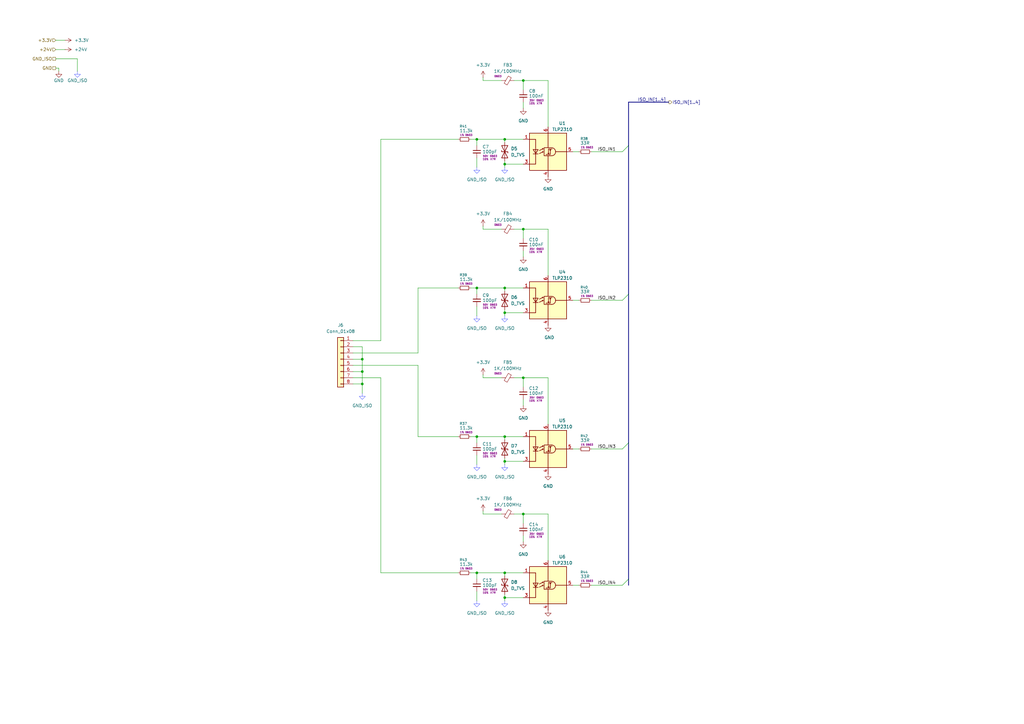
<source format=kicad_sch>
(kicad_sch (version 20250114) (generator "eeschema") (generator_version "9.0")
  (paper "A3")
  (lib_symbols
    (symbol "Connector_Generic:Conn_01x08" (pin_names (offset 1.016) (hide yes))
      (property "Reference" "J" (at 0 10.16 0))
      (property "Value" "Conn_01x08" (at 0 -12.7 0))
      (symbol "Conn_01x08_1_1"
        (rectangle (start -1.27 8.89) (end 1.27 -11.43) (stroke (width 0.254)) (fill (type background)))
        (rectangle (start -1.27 7.747) (end 0 7.493) (stroke (width 0.1524)))
        (rectangle (start -1.27 5.207) (end 0 4.953) (stroke (width 0.1524)))
        (rectangle (start -1.27 2.667) (end 0 2.413) (stroke (width 0.1524)))
        (rectangle (start -1.27 0.127) (end 0 -0.127) (stroke (width 0.1524)))
        (rectangle (start -1.27 -2.413) (end 0 -2.667) (stroke (width 0.1524)))
        (rectangle (start -1.27 -4.953) (end 0 -5.207) (stroke (width 0.1524)))
        (rectangle (start -1.27 -7.493) (end 0 -7.747) (stroke (width 0.1524)))
        (rectangle (start -1.27 -10.033) (end 0 -10.287) (stroke (width 0.1524)))
        (pin passive line (at -5.08 7.62 0) (length 3.81) (name "Pin_1") (number "1"))
        (pin passive line (at -5.08 5.08 0) (length 3.81) (name "Pin_2") (number "2"))
        (pin passive line (at -5.08 2.54 0) (length 3.81) (name "Pin_3") (number "3"))
        (pin passive line (at -5.08 0 0) (length 3.81) (name "Pin_4") (number "4"))
        (pin passive line (at -5.08 -2.54 0) (length 3.81) (name "Pin_5") (number "5"))
        (pin passive line (at -5.08 -5.08 0) (length 3.81) (name "Pin_6") (number "6"))
        (pin passive line (at -5.08 -7.62 0) (length 3.81) (name "Pin_7") (number "7"))
        (pin passive line (at -5.08 -10.16 0) (length 3.81) (name "Pin_8") (number "8"))
      )
    )
    (symbol "Device:C_Small" (pin_numbers (hide yes)) (pin_names (offset 0.254) (hide yes))
      (property "Reference" "C" (at 0.254 1.778 0))
      (property "Value" "C_Small" (at 0.254 -2.032 0))
      (symbol "C_Small_0_1"
        (polyline (pts (xy -1.524 0.508) (xy 1.524 0.508)) (stroke (width 0.3048)))
        (polyline (pts (xy -1.524 -0.508) (xy 1.524 -0.508)) (stroke (width 0.3302)))
      )
      (symbol "C_Small_1_1"
        (pin passive line (at 0 2.54 270) (length 2.032) (name "~") (number "1"))
        (pin passive line (at 0 -2.54 90) (length 2.032) (name "~") (number "2"))
      )
    )
    (symbol "Device:D_TVS" (pin_numbers (hide yes)) (pin_names (offset 1.016) (hide yes))
      (property "Reference" "D" (at 0 2.54 0))
      (property "Value" "D_TVS" (at 0 -2.54 0))
      (symbol "D_TVS_0_1"
        (polyline (pts (xy -2.54 1.27) (xy -2.54 -1.27) (xy 2.54 1.27) (xy 2.54 -1.27) (xy -2.54 1.27)) (stroke (width 0.254)))
        (polyline (pts (xy 0.508 1.27) (xy 0 1.27) (xy 0 -1.27) (xy -0.508 -1.27)) (stroke (width 0.254)))
        (polyline (pts (xy 1.27 0) (xy -1.27 0)))
      )
      (symbol "D_TVS_1_1"
        (pin passive line (at -3.81 0 0) (length 2.54) (name "A1") (number "1"))
        (pin passive line (at 3.81 0 180) (length 2.54) (name "A2") (number "2"))
      )
    )
    (symbol "Device:FerriteBead_Small" (pin_numbers (hide yes)) (pin_names (offset 0))
      (property "Reference" "FB" (at 1.905 1.27 0))
      (property "Value" "FerriteBead_Small" (at 1.905 -1.27 0))
      (symbol "FerriteBead_Small_0_1"
        (polyline (pts (xy -1.8288 0.2794) (xy -1.1176 1.4986) (xy 1.8288 -0.2032) (xy 1.1176 -1.4224) (xy -1.8288 0.2794)))
        (polyline (pts (xy 0 0.889) (xy 0 1.2954)))
        (polyline (pts (xy 0 -1.27) (xy 0 -0.7874)))
      )
      (symbol "FerriteBead_Small_1_1"
        (pin passive line (at 0 2.54 270) (length 1.27) (name "~") (number "1"))
        (pin passive line (at 0 -2.54 90) (length 1.27) (name "~") (number "2"))
      )
    )
    (symbol "Device:R_Small" (pin_numbers (hide yes)) (pin_names (offset 0.254) (hide yes))
      (property "Reference" "R" (at 0 0 90))
      (property "Value" "R_Small" (at 1.778 0 90))
      (symbol "R_Small_0_1"
        (rectangle (start -0.762 1.778) (end 0.762 -1.778) (stroke (width 0.2032)))
      )
      (symbol "R_Small_1_1"
        (pin passive line (at 0 2.54 270) (length 0.762) (name "~") (number "1"))
        (pin passive line (at 0 -2.54 90) (length 0.762) (name "~") (number "2"))
      )
    )
    (symbol "Isolator:TLP2310" (pin_names (offset 1.016) (hide yes))
      (property "Reference" "U" (at -7.112 8.89 0))
      (property "Value" "TLP2310" (at 1.016 9.144 0))
      (symbol "TLP2310_0_1"
        (rectangle (start -7.62 7.62) (end 7.62 -7.62) (stroke (width 0.254)) (fill (type background)))
        (polyline (pts (xy -7.62 -5.08) (xy -5.08 -5.08) (xy -5.08 -1.27)) (stroke (width 0.254)))
        (polyline (pts (xy -6.096 0.889) (xy -4.064 0.889) (xy -5.08 -0.762) (xy -6.096 0.889)) (stroke (width 0.254)))
        (polyline (pts (xy -6.096 -0.889) (xy -4.064 -0.889)) (stroke (width 0.254)))
        (polyline (pts (xy -5.08 1.27) (xy -5.08 5.08) (xy -7.62 5.08)) (stroke (width 0.254)))
        (polyline (pts (xy -5.08 1.016) (xy -5.08 -0.762)) (stroke (width 0.254)))
        (polyline (pts (xy -5.08 -1.27) (xy -5.08 -0.9144)) (stroke (width 0.254)))
        (polyline (pts (xy -3.556 0.508) (xy -2.032 1.27)) (stroke (width 0.254)))
        (polyline (pts (xy -3.556 -0.762) (xy -2.032 0)) (stroke (width 0.254)))
        (polyline (pts (xy -2.032 1.27) (xy -2.3368 1.3208)) (stroke (width 0.254)))
        (polyline (pts (xy -2.032 1.27) (xy -2.1844 0.9652)) (stroke (width 0.254)))
        (polyline (pts (xy -2.032 0) (xy -2.3368 0.0508)) (stroke (width 0.254)))
        (polyline (pts (xy -2.032 0) (xy -2.1844 -0.3048)) (stroke (width 0.254)))
        (polyline (pts (xy 0 7.5946) (xy 0 1.7018)) (stroke (width 0.254)))
        (polyline (pts (xy 0 -7.62) (xy 0 -1.651)) (stroke (width 0.254)))
        (polyline (pts (xy 0.1524 -0.889) (xy -0.1016 -0.635) (xy 0.4064 -0.635)) (stroke (width 0.254)))
        (polyline (pts (xy 0.9144 0.889) (xy 0.9144 -1.143) (xy -0.8636 -1.143)) (stroke (width 0.254)))
        (polyline (pts (xy 0.9144 0.889) (xy 0.6604 0.635) (xy 1.1684 0.635) (xy 0.9144 0.889)) (stroke (width 0.254)))
        (arc (start 1.4224 1.651) (mid 2.5738 1.1514) (end 3.0734 0) (stroke (width 0.254)))
        (polyline (pts (xy 1.4224 1.651) (xy -1.6256 1.651) (xy -1.6256 -1.651) (xy 1.4224 -1.651)) (stroke (width 0.254)))
        (arc (start 3.0734 0) (mid 2.6076 -1.1853) (end 1.4224 -1.651) (stroke (width 0.254)))
        (polyline (pts (xy 1.6764 1.143) (xy 0.1524 1.143) (xy 0.1524 -0.889) (xy 0.4064 -0.635)) (stroke (width 0.254)))
        (polyline (pts (xy 7.5946 0) (xy 3.0734 0)) (stroke (width 0.254)))
      )
      (symbol "TLP2310_1_1"
        (pin passive line (at -10.16 5.08 0) (length 2.54) (name "A") (number "1"))
        (pin passive line (at -10.16 -5.08 0) (length 2.54) (name "K") (number "3"))
        (pin power_in line (at 0 10.16 270) (length 2.54) (name "VDD") (number "6"))
        (pin power_in line (at 0 -10.16 90) (length 2.54) (name "GND") (number "4"))
        (pin output line (at 10.16 0 180) (length 2.54) (name "VO") (number "5"))
      )
    )
    (symbol "power:+24V" (power) (pin_numbers (hide yes)) (pin_names (offset 0) (hide yes))
      (property "Value" "+24V" (at 0 3.556 0))
      (symbol "+24V_0_1"
        (polyline (pts (xy -0.762 1.27) (xy 0 2.54)))
        (polyline (pts (xy 0 2.54) (xy 0.762 1.27)))
        (polyline (pts (xy 0 0) (xy 0 2.54)))
      )
      (symbol "+24V_1_1"
        (pin power_in line (at 0 0 90) (length 0) (name "~") (number "1"))
      )
    )
    (symbol "power:+3.3V" (power) (pin_numbers (hide yes)) (pin_names (offset 0) (hide yes))
      (property "Value" "+3.3V" (at 0 3.556 0))
      (symbol "+3.3V_0_1"
        (polyline (pts (xy -0.762 1.27) (xy 0 2.54)))
        (polyline (pts (xy 0 2.54) (xy 0.762 1.27)))
        (polyline (pts (xy 0 0) (xy 0 2.54)))
      )
      (symbol "+3.3V_1_1"
        (pin power_in line (at 0 0 90) (length 0) (name "~") (number "1"))
      )
    )
    (symbol "power:GND" (power) (pin_numbers (hide yes)) (pin_names (offset 0) (hide yes))
      (property "Value" "GND" (at 0 -3.81 0))
      (symbol "GND_0_1"
        (polyline (pts (xy 0 0) (xy 0 -1.27) (xy 1.27 -1.27) (xy 0 -2.54) (xy -1.27 -1.27) (xy 0 -1.27)))
      )
      (symbol "GND_1_1"
        (pin power_in line (at 0 0 270) (length 0) (name "~") (number "1"))
      )
    )
    (symbol "power:GND1" (power) (pin_numbers (hide yes)) (pin_names (offset 0) (hide yes))
      (property "Value" "GND_ISO" (at 0 -5.08 0))
      (symbol "GND1_0_1"
        (polyline (pts (xy 0 0) (xy 0 -1.27) (xy 1.27 -1.27) (xy 0 -2.54) (xy -1.27 -1.27) (xy 0 -1.27)) (stroke (width 0) (color 77 89 255 1)))
      )
      (symbol "GND1_1_1"
        (pin power_in line (at 0 0 270) (length 0) (name "~") (number "1"))
      )
    )
  )
  (junction (at 207.01 245.11))
  (junction (at 148.59 157.48))
  (junction (at 207.01 57.15))
  (junction (at 207.01 118.11))
  (junction (at 195.58 179.07))
  (junction (at 214.63 154.94))
  (junction (at 195.58 118.11))
  (junction (at 207.01 128.27))
  (junction (at 214.63 33.02))
  (junction (at 214.63 210.82))
  (junction (at 207.01 189.23))
  (junction (at 195.58 57.15))
  (junction (at 207.01 67.31))
  (junction (at 148.59 152.4))
  (junction (at 214.63 93.98))
  (junction (at 195.58 234.95))
  (junction (at 207.01 179.07))
  (junction (at 148.59 147.32))
  (junction (at 207.01 234.95))
  (bus_entry (at 255.27 184.15) (size 2.54 -2.54))
  (bus_entry (at 255.27 62.23) (size 2.54 -2.54))
  (bus_entry (at 255.27 123.19) (size 2.54 -2.54))
  (bus_entry (at 255.27 240.03) (size 2.54 -2.54))
  (wire (pts (xy 193.04 57.15) (xy 195.58 57.15)))
  (wire (pts (xy 195.58 59.69) (xy 195.58 57.15)))
  (wire (pts (xy 171.45 118.11) (xy 187.96 118.11)))
  (wire (pts (xy 224.79 93.98) (xy 214.63 93.98)))
  (wire (pts (xy 198.12 33.02) (xy 205.74 33.02)))
  (wire (pts (xy 144.78 152.4) (xy 148.59 152.4)))
  (wire (pts (xy 171.45 144.78) (xy 171.45 118.11)))
  (wire (pts (xy 207.01 66.04) (xy 207.01 67.31)))
  (wire (pts (xy 195.58 129.54) (xy 195.58 125.73)))
  (wire (pts (xy 198.12 154.94) (xy 205.74 154.94)))
  (wire (pts (xy 207.01 187.96) (xy 207.01 189.23)))
  (wire (pts (xy 214.63 234.95) (xy 207.01 234.95)))
  (wire (pts (xy 148.59 157.48) (xy 148.59 161.29)))
  (wire (pts (xy 193.04 234.95) (xy 195.58 234.95)))
  (wire (pts (xy 214.63 179.07) (xy 207.01 179.07)))
  (wire (pts (xy 214.63 67.31) (xy 207.01 67.31)))
  (wire (pts (xy 198.12 154.94) (xy 198.12 153.67)))
  (wire (pts (xy 22.86 16.51) (xy 26.67 16.51)))
  (wire (pts (xy 234.95 184.15) (xy 237.49 184.15)))
  (wire (pts (xy 214.63 222.25) (xy 214.63 219.71)))
  (wire (pts (xy 193.04 118.11) (xy 195.58 118.11)))
  (wire (pts (xy 214.63 166.37) (xy 214.63 163.83)))
  (wire (pts (xy 195.58 118.11) (xy 207.01 118.11)))
  (wire (pts (xy 24.13 27.94) (xy 24.13 29.21)))
  (wire (pts (xy 214.63 36.83) (xy 214.63 33.02)))
  (bus (pts (xy 257.81 237.49) (xy 257.81 240.03)))
  (wire (pts (xy 195.58 68.58) (xy 195.58 64.77)))
  (wire (pts (xy 214.63 57.15) (xy 207.01 57.15)))
  (wire (pts (xy 144.78 154.94) (xy 156.21 154.94)))
  (wire (pts (xy 171.45 179.07) (xy 171.45 149.86)))
  (wire (pts (xy 195.58 237.49) (xy 195.58 234.95)))
  (wire (pts (xy 195.58 190.5) (xy 195.58 186.69)))
  (wire (pts (xy 207.01 67.31) (xy 207.01 68.58)))
  (wire (pts (xy 234.95 123.19) (xy 237.49 123.19)))
  (wire (pts (xy 207.01 57.15) (xy 207.01 58.42)))
  (wire (pts (xy 195.58 57.15) (xy 207.01 57.15)))
  (wire (pts (xy 144.78 142.24) (xy 148.59 142.24)))
  (wire (pts (xy 207.01 179.07) (xy 207.01 180.34)))
  (wire (pts (xy 207.01 189.23) (xy 207.01 190.5)))
  (wire (pts (xy 224.79 113.03) (xy 224.79 93.98)))
  (wire (pts (xy 242.57 62.23) (xy 255.27 62.23)))
  (wire (pts (xy 224.79 210.82) (xy 214.63 210.82)))
  (wire (pts (xy 156.21 154.94) (xy 156.21 234.95)))
  (wire (pts (xy 198.12 210.82) (xy 205.74 210.82)))
  (wire (pts (xy 224.79 154.94) (xy 214.63 154.94)))
  (wire (pts (xy 234.95 62.23) (xy 237.49 62.23)))
  (bus (pts (xy 257.81 181.61) (xy 257.81 237.49)))
  (wire (pts (xy 207.01 127) (xy 207.01 128.27)))
  (wire (pts (xy 214.63 245.11) (xy 207.01 245.11)))
  (bus (pts (xy 257.81 120.65) (xy 257.81 181.61)))
  (wire (pts (xy 144.78 157.48) (xy 148.59 157.48)))
  (wire (pts (xy 198.12 210.82) (xy 198.12 209.55)))
  (wire (pts (xy 214.63 158.75) (xy 214.63 154.94)))
  (bus (pts (xy 257.81 41.91) (xy 257.81 59.69)))
  (wire (pts (xy 210.82 154.94) (xy 214.63 154.94)))
  (wire (pts (xy 156.21 57.15) (xy 156.21 139.7)))
  (wire (pts (xy 224.79 52.07) (xy 224.79 33.02)))
  (bus (pts (xy 257.81 41.91) (xy 274.32 41.91)))
  (wire (pts (xy 242.57 184.15) (xy 255.27 184.15)))
  (wire (pts (xy 242.57 240.03) (xy 255.27 240.03)))
  (wire (pts (xy 22.86 24.13) (xy 31.75 24.13)))
  (wire (pts (xy 214.63 44.45) (xy 214.63 41.91)))
  (wire (pts (xy 195.58 246.38) (xy 195.58 242.57)))
  (wire (pts (xy 210.82 210.82) (xy 214.63 210.82)))
  (wire (pts (xy 224.79 173.99) (xy 224.79 154.94)))
  (wire (pts (xy 156.21 139.7) (xy 144.78 139.7)))
  (wire (pts (xy 207.01 128.27) (xy 207.01 129.54)))
  (wire (pts (xy 22.86 20.32) (xy 26.67 20.32)))
  (wire (pts (xy 242.57 123.19) (xy 255.27 123.19)))
  (wire (pts (xy 171.45 149.86) (xy 144.78 149.86)))
  (wire (pts (xy 234.95 240.03) (xy 237.49 240.03)))
  (wire (pts (xy 193.04 179.07) (xy 195.58 179.07)))
  (wire (pts (xy 171.45 179.07) (xy 187.96 179.07)))
  (wire (pts (xy 214.63 128.27) (xy 207.01 128.27)))
  (wire (pts (xy 207.01 243.84) (xy 207.01 245.11)))
  (wire (pts (xy 195.58 234.95) (xy 207.01 234.95)))
  (wire (pts (xy 195.58 179.07) (xy 207.01 179.07)))
  (wire (pts (xy 148.59 142.24) (xy 148.59 147.32)))
  (bus (pts (xy 257.81 59.69) (xy 257.81 120.65)))
  (wire (pts (xy 207.01 234.95) (xy 207.01 236.22)))
  (wire (pts (xy 148.59 152.4) (xy 148.59 157.48)))
  (wire (pts (xy 195.58 120.65) (xy 195.58 118.11)))
  (wire (pts (xy 195.58 181.61) (xy 195.58 179.07)))
  (wire (pts (xy 198.12 93.98) (xy 198.12 92.71)))
  (wire (pts (xy 198.12 93.98) (xy 205.74 93.98)))
  (wire (pts (xy 224.79 33.02) (xy 214.63 33.02)))
  (wire (pts (xy 214.63 97.79) (xy 214.63 93.98)))
  (wire (pts (xy 224.79 229.87) (xy 224.79 210.82)))
  (wire (pts (xy 156.21 57.15) (xy 187.96 57.15)))
  (wire (pts (xy 144.78 147.32) (xy 148.59 147.32)))
  (wire (pts (xy 156.21 234.95) (xy 187.96 234.95)))
  (wire (pts (xy 22.86 27.94) (xy 24.13 27.94)))
  (wire (pts (xy 210.82 33.02) (xy 214.63 33.02)))
  (wire (pts (xy 148.59 147.32) (xy 148.59 152.4)))
  (wire (pts (xy 207.01 118.11) (xy 207.01 119.38)))
  (wire (pts (xy 198.12 33.02) (xy 198.12 31.75)))
  (wire (pts (xy 31.75 24.13) (xy 31.75 29.21)))
  (wire (pts (xy 210.82 93.98) (xy 214.63 93.98)))
  (wire (pts (xy 207.01 245.11) (xy 207.01 246.38)))
  (wire (pts (xy 214.63 189.23) (xy 207.01 189.23)))
  (wire (pts (xy 144.78 144.78) (xy 171.45 144.78)))
  (wire (pts (xy 214.63 118.11) (xy 207.01 118.11)))
  (wire (pts (xy 214.63 214.63) (xy 214.63 210.82)))
  (wire (pts (xy 214.63 105.41) (xy 214.63 102.87)))
  (label "ISO_IN1" (at 245.11 62.23 0))
  (label "ISO_IN[1..4]" (at 261.62 41.91 0))
  (label "ISO_IN3" (at 245.11 184.15 0))
  (label "ISO_IN2" (at 245.11 123.19 0))
  (label "ISO_IN4" (at 245.11 240.03 0))
  (hierarchical_label "+24V" (shape input) (at 22.86 20.32 180))
  (hierarchical_label "ISO_IN[1..4]" (shape output) (at 274.32 41.91 0))
  (hierarchical_label "GND_ISO" (shape passive) (at 22.86 24.13 180))
  (hierarchical_label "GND" (shape passive) (at 22.86 27.94 180))
  (hierarchical_label "+3.3V" (shape input) (at 22.86 16.51 180))
  (symbol (lib_id "power:+24V") (at 26.67 20.32 270) (unit 1)
    (property "Reference" "#PWR089" (effects (hide yes)))
    (property "Value" "+24V" (at 30.48 20.3199 90) (effects (justify left)))
    (property "Description" "Power symbol creates a global label with name \"+24V\"" (effects (hide yes)))
  )
  (symbol (lib_id "Device:D_TVS") (at 207.01 184.15 270) (unit 1)
    (property "Reference" "D7" (at 209.55 182.8799 90) (effects (justify left)))
    (property "Value" "D_TVS" (at 209.55 185.4199 90) (effects (justify left)))
    (property "Footprint" "Diode_SMD:D_SOD-323F" (effects (hide yes)))
    (property "Description" "Bidirectional transient-voltage-suppression diode" (effects (hide yes)))
  )
  (symbol (lib_id "Isolator:TLP2310") (at 224.79 123.19 0) (unit 1)
    (property "Reference" "U4" (at 230.632 111.506 0))
    (property "Value" "TLP2310" (at 230.632 114.046 0))
    (property "Footprint" "Package_SO:SO-5-6_4.55x3.7mm_P1.27mm" (effects (hide yes)))
    (property "Datasheet" "https://toshiba.semicon-storage.com/info/TLP2310_datasheet_en_20220913.pdf?did=29657&prodName=TLP2310" (effects (hide yes)))
    (property "Description" "5-Mbps low-power non inverting photocouple, 3.75 kVrms, 2.7 - 5.5 Vdd, push-pull output" (effects (hide yes)))
  )
  (symbol (lib_id "Device:R_Small") (at 190.5 118.11 90) (unit 1)
    (property "Reference" "R39" (at 188.468 112.776 90) (effects (font (size 1.016 1.016)) (justify right)))
    (property "Value" "11.3k" (at 188.468 114.554 90) (effects (justify right)))
    (property "Footprint" "Resistor_SMD:R_0603_1608Metric" (effects (hide yes)))
    (property "Description" "Resistor, small symbol" (effects (hide yes)))
    (property "Case" "0603" (at 192.278 116.332 90) (effects (font (size 0.762 0.762))))
    (property "Tolerance" "1%" (at 189.484 116.332 90) (effects (font (size 0.762 0.762))))
  )
  (symbol (lib_id "power:GND1") (at 195.58 129.54 0) (unit 1)
    (property "Reference" "#PWR059" (effects (hide yes)))
    (property "Value" "GND_ISO" (at 195.58 134.62 0))
    (property "Description" "Power symbol creates a global label with name \"GND1\" , ground" (effects (hide yes)))
  )
  (symbol (lib_id "power:GND") (at 224.79 72.39 0) (unit 1)
    (property "Reference" "#PWR058" (effects (hide yes)))
    (property "Value" "GND" (at 224.79 77.47 0))
    (property "Description" "Power symbol creates a global label with name \"GND\" , ground" (effects (hide yes)))
  )
  (symbol (lib_id "Device:R_Small") (at 240.03 240.03 90) (unit 1)
    (property "Reference" "R44" (at 237.998 234.696 90) (effects (font (size 1.016 1.016)) (justify right)))
    (property "Value" "33R" (at 237.998 236.474 90) (effects (justify right)))
    (property "Footprint" "Resistor_SMD:R_0603_1608Metric" (effects (hide yes)))
    (property "Description" "Resistor, small symbol" (effects (hide yes)))
    (property "Case" "0603" (at 241.808 238.252 90) (effects (font (size 0.762 0.762))))
    (property "Tolerance" "1%" (at 239.014 238.252 90) (effects (font (size 0.762 0.762))))
  )
  (symbol (lib_id "power:GND") (at 214.63 222.25 0) (unit 1)
    (property "Reference" "#PWR069" (effects (hide yes)))
    (property "Value" "GND" (at 214.63 227.33 0))
    (property "Description" "Power symbol creates a global label with name \"GND\" , ground" (effects (hide yes)))
  )
  (symbol (lib_id "power:GND") (at 224.79 194.31 0) (unit 1)
    (property "Reference" "#PWR066" (effects (hide yes)))
    (property "Value" "GND" (at 224.79 199.39 0))
    (property "Description" "Power symbol creates a global label with name \"GND\" , ground" (effects (hide yes)))
  )
  (symbol (lib_id "Device:C_Small") (at 214.63 217.17 0) (unit 1)
    (property "Reference" "C14" (at 216.916 215.138 0) (effects (justify left)))
    (property "Value" "100nF" (at 216.916 217.17 0) (effects (justify left)))
    (property "Footprint" "Capacitor_SMD:C_0603_1608Metric" (effects (hide yes)))
    (property "Description" "Unpolarized capacitor, small symbol" (effects (hide yes)))
    (property "Tolerance" "10%" (at 218.186 220.218 0) (effects (font (size 0.762 0.762))))
    (property "Case" "0603" (at 221.488 218.948 0) (effects (font (size 0.762 0.762))))
    (property "Voltage" "35V" (at 218.186 218.948 0) (effects (font (size 0.762 0.762))))
    (property "Dielectric" "X7R" (at 221.234 220.218 0) (effects (font (size 0.762 0.762))))
  )
  (symbol (lib_id "power:GND") (at 24.13 29.21 0) (unit 1)
    (property "Reference" "#PWR080" (effects (hide yes)))
    (property "Value" "GND" (at 24.13 33.02 0))
    (property "Description" "Power symbol creates a global label with name \"GND\" , ground" (effects (hide yes)))
  )
  (symbol (lib_id "power:GND1") (at 31.75 29.21 0) (unit 1)
    (property "Reference" "#PWR087" (effects (hide yes)))
    (property "Value" "GND_ISO" (at 31.75 33.02 0))
    (property "Description" "Power symbol creates a global label with name \"GND1\" , ground" (effects (hide yes)))
  )
  (symbol (lib_id "power:GND1") (at 148.59 161.29 0) (unit 1)
    (property "Reference" "#PWR079" (effects (hide yes)))
    (property "Value" "GND_ISO" (at 148.59 166.37 0))
    (property "Description" "Power symbol creates a global label with name \"GND1\" , ground" (effects (hide yes)))
  )
  (symbol (lib_id "power:GND") (at 214.63 44.45 0) (unit 1)
    (property "Reference" "#PWR057" (effects (hide yes)))
    (property "Value" "GND" (at 214.63 49.53 0))
    (property "Description" "Power symbol creates a global label with name \"GND\" , ground" (effects (hide yes)))
  )
  (symbol (lib_id "Device:R_Small") (at 190.5 234.95 90) (unit 1)
    (property "Reference" "R43" (at 188.468 229.616 90) (effects (font (size 1.016 1.016)) (justify right)))
    (property "Value" "11.3k" (at 188.468 231.394 90) (effects (justify right)))
    (property "Footprint" "Resistor_SMD:R_0603_1608Metric" (effects (hide yes)))
    (property "Description" "Resistor, small symbol" (effects (hide yes)))
    (property "Case" "0603" (at 192.278 233.172 90) (effects (font (size 0.762 0.762))))
    (property "Tolerance" "1%" (at 189.484 233.172 90) (effects (font (size 0.762 0.762))))
  )
  (symbol (lib_id "power:GND1") (at 195.58 68.58 0) (unit 1)
    (property "Reference" "#PWR056" (effects (hide yes)))
    (property "Value" "GND_ISO" (at 195.58 73.66 0))
    (property "Description" "Power symbol creates a global label with name \"GND1\" , ground" (effects (hide yes)))
  )
  (symbol (lib_id "power:GND1") (at 207.01 190.5 0) (unit 1)
    (property "Reference" "#PWR096" (effects (hide yes)))
    (property "Value" "GND_ISO" (at 207.01 195.58 0))
    (property "Description" "Power symbol creates a global label with name \"GND1\" , ground" (effects (hide yes)))
  )
  (symbol (lib_id "Isolator:TLP2310") (at 224.79 62.23 0) (unit 1)
    (property "Reference" "U1" (at 230.632 50.546 0))
    (property "Value" "TLP2310" (at 230.632 53.086 0))
    (property "Footprint" "Package_SO:SO-5-6_4.55x3.7mm_P1.27mm" (effects (hide yes)))
    (property "Datasheet" "https://toshiba.semicon-storage.com/info/TLP2310_datasheet_en_20220913.pdf?did=29657&prodName=TLP2310" (effects (hide yes)))
    (property "Description" "5-Mbps low-power non inverting photocouple, 3.75 kVrms, 2.7 - 5.5 Vdd, push-pull output" (effects (hide yes)))
  )
  (symbol (lib_id "Device:R_Small") (at 240.03 184.15 90) (unit 1)
    (property "Reference" "R42" (at 237.998 178.816 90) (effects (font (size 1.016 1.016)) (justify right)))
    (property "Value" "33R" (at 237.998 180.594 90) (effects (justify right)))
    (property "Footprint" "Resistor_SMD:R_0603_1608Metric" (effects (hide yes)))
    (property "Description" "Resistor, small symbol" (effects (hide yes)))
    (property "Case" "0603" (at 241.808 182.372 90) (effects (font (size 0.762 0.762))))
    (property "Tolerance" "1%" (at 239.014 182.372 90) (effects (font (size 0.762 0.762))))
  )
  (symbol (lib_id "Device:R_Small") (at 190.5 57.15 90) (unit 1)
    (property "Reference" "R41" (at 188.468 51.816 90) (effects (font (size 1.016 1.016)) (justify right)))
    (property "Value" "11.3k" (at 188.468 53.594 90) (effects (justify right)))
    (property "Footprint" "Resistor_SMD:R_0603_1608Metric" (effects (hide yes)))
    (property "Description" "Resistor, small symbol" (effects (hide yes)))
    (property "Case" "0603" (at 192.278 55.372 90) (effects (font (size 0.762 0.762))))
    (property "Tolerance" "1%" (at 189.484 55.372 90) (effects (font (size 0.762 0.762))))
  )
  (symbol (lib_id "Device:R_Small") (at 240.03 123.19 90) (unit 1)
    (property "Reference" "R40" (at 237.998 117.856 90) (effects (font (size 1.016 1.016)) (justify right)))
    (property "Value" "33R" (at 237.998 119.634 90) (effects (justify right)))
    (property "Footprint" "Resistor_SMD:R_0603_1608Metric" (effects (hide yes)))
    (property "Description" "Resistor, small symbol" (effects (hide yes)))
    (property "Case" "0603" (at 241.808 121.412 90) (effects (font (size 0.762 0.762))))
    (property "Tolerance" "1%" (at 239.014 121.412 90) (effects (font (size 0.762 0.762))))
  )
  (symbol (lib_id "Device:FerriteBead_Small") (at 208.28 210.82 90) (unit 1)
    (property "Reference" "FB6" (at 208.2419 204.47 90))
    (property "Value" "1K/100MHz" (at 208.2419 207.01 90))
    (property "Footprint" "Inductor_SMD:L_0603_1608Metric" (effects (hide yes)))
    (property "Description" "Ferrite bead, small symbol" (effects (hide yes)))
    (property "case" "0603" (at 204.216 209.042 90) (effects (font (size 0.762 0.762))))
  )
  (symbol (lib_id "power:GND") (at 214.63 105.41 0) (unit 1)
    (property "Reference" "#PWR061" (effects (hide yes)))
    (property "Value" "GND" (at 214.63 110.49 0))
    (property "Description" "Power symbol creates a global label with name \"GND\" , ground" (effects (hide yes)))
  )
  (symbol (lib_id "Device:FerriteBead_Small") (at 208.28 93.98 90) (unit 1)
    (property "Reference" "FB4" (at 208.2419 87.63 90))
    (property "Value" "1K/100MHz" (at 208.2419 90.17 90))
    (property "Footprint" "Inductor_SMD:L_0603_1608Metric" (effects (hide yes)))
    (property "Description" "Ferrite bead, small symbol" (effects (hide yes)))
    (property "case" "0603" (at 204.216 92.202 90) (effects (font (size 0.762 0.762))))
  )
  (symbol (lib_id "Device:C_Small") (at 195.58 123.19 0) (unit 1)
    (property "Reference" "C9" (at 197.866 121.158 0) (effects (justify left)))
    (property "Value" "100pF" (at 197.866 123.19 0) (effects (justify left)))
    (property "Footprint" "Capacitor_SMD:C_0603_1608Metric" (effects (hide yes)))
    (property "Description" "Unpolarized capacitor, small symbol" (effects (hide yes)))
    (property "Tolerance" "10%" (at 199.136 126.238 0) (effects (font (size 0.762 0.762))))
    (property "Case" "0603" (at 202.438 124.968 0) (effects (font (size 0.762 0.762))))
    (property "Voltage" "50V" (at 199.136 124.968 0) (effects (font (size 0.762 0.762))))
    (property "Dielectric" "X7R" (at 202.184 126.238 0) (effects (font (size 0.762 0.762))))
  )
  (symbol (lib_id "power:GND1") (at 207.01 246.38 0) (unit 1)
    (property "Reference" "#PWR098" (effects (hide yes)))
    (property "Value" "GND_ISO" (at 207.01 251.46 0))
    (property "Description" "Power symbol creates a global label with name \"GND1\" , ground" (effects (hide yes)))
  )
  (symbol (lib_id "Isolator:TLP2310") (at 224.79 184.15 0) (unit 1)
    (property "Reference" "U5" (at 230.632 172.466 0))
    (property "Value" "TLP2310" (at 230.632 175.006 0))
    (property "Footprint" "Package_SO:SO-5-6_4.55x3.7mm_P1.27mm" (effects (hide yes)))
    (property "Datasheet" "https://toshiba.semicon-storage.com/info/TLP2310_datasheet_en_20220913.pdf?did=29657&prodName=TLP2310" (effects (hide yes)))
    (property "Description" "5-Mbps low-power non inverting photocouple, 3.75 kVrms, 2.7 - 5.5 Vdd, push-pull output" (effects (hide yes)))
  )
  (symbol (lib_id "Device:C_Small") (at 214.63 100.33 0) (unit 1)
    (property "Reference" "C10" (at 216.916 98.298 0) (effects (justify left)))
    (property "Value" "100nF" (at 216.916 100.33 0) (effects (justify left)))
    (property "Footprint" "Capacitor_SMD:C_0603_1608Metric" (effects (hide yes)))
    (property "Description" "Unpolarized capacitor, small symbol" (effects (hide yes)))
    (property "Tolerance" "10%" (at 218.186 103.378 0) (effects (font (size 0.762 0.762))))
    (property "Case" "0603" (at 221.488 102.108 0) (effects (font (size 0.762 0.762))))
    (property "Voltage" "35V" (at 218.186 102.108 0) (effects (font (size 0.762 0.762))))
    (property "Dielectric" "X7R" (at 221.234 103.378 0) (effects (font (size 0.762 0.762))))
  )
  (symbol (lib_id "power:+3.3V") (at 198.12 209.55 0) (unit 1)
    (property "Reference" "#PWR068" (effects (hide yes)))
    (property "Value" "+3.3V" (at 198.12 204.47 0))
    (property "Description" "Power symbol creates a global label with name \"+3.3V\"" (effects (hide yes)))
  )
  (symbol (lib_id "power:GND1") (at 195.58 190.5 0) (unit 1)
    (property "Reference" "#PWR063" (effects (hide yes)))
    (property "Value" "GND_ISO" (at 195.58 195.58 0))
    (property "Description" "Power symbol creates a global label with name \"GND1\" , ground" (effects (hide yes)))
  )
  (symbol (lib_id "power:GND1") (at 207.01 129.54 0) (unit 1)
    (property "Reference" "#PWR095" (effects (hide yes)))
    (property "Value" "GND_ISO" (at 207.01 134.62 0))
    (property "Description" "Power symbol creates a global label with name \"GND1\" , ground" (effects (hide yes)))
  )
  (symbol (lib_id "Device:R_Small") (at 190.5 179.07 90) (unit 1)
    (property "Reference" "R37" (at 188.468 173.736 90) (effects (font (size 1.016 1.016)) (justify right)))
    (property "Value" "11.3k" (at 188.468 175.514 90) (effects (justify right)))
    (property "Footprint" "Resistor_SMD:R_0603_1608Metric" (effects (hide yes)))
    (property "Description" "Resistor, small symbol" (effects (hide yes)))
    (property "Case" "0603" (at 192.278 177.292 90) (effects (font (size 0.762 0.762))))
    (property "Tolerance" "1%" (at 189.484 177.292 90) (effects (font (size 0.762 0.762))))
  )
  (symbol (lib_id "Device:C_Small") (at 195.58 184.15 0) (unit 1)
    (property "Reference" "C11" (at 197.866 182.118 0) (effects (justify left)))
    (property "Value" "100pF" (at 197.866 184.15 0) (effects (justify left)))
    (property "Footprint" "Capacitor_SMD:C_0603_1608Metric" (effects (hide yes)))
    (property "Description" "Unpolarized capacitor, small symbol" (effects (hide yes)))
    (property "Tolerance" "10%" (at 199.136 187.198 0) (effects (font (size 0.762 0.762))))
    (property "Case" "0603" (at 202.438 185.928 0) (effects (font (size 0.762 0.762))))
    (property "Voltage" "50V" (at 199.136 185.928 0) (effects (font (size 0.762 0.762))))
    (property "Dielectric" "X7R" (at 202.184 187.198 0) (effects (font (size 0.762 0.762))))
  )
  (symbol (lib_id "Device:D_TVS") (at 207.01 62.23 270) (unit 1)
    (property "Reference" "D5" (at 209.55 60.9599 90) (effects (justify left)))
    (property "Value" "D_TVS" (at 209.55 63.4999 90) (effects (justify left)))
    (property "Footprint" "Diode_SMD:D_SOD-323F" (effects (hide yes)))
    (property "Description" "Bidirectional transient-voltage-suppression diode" (effects (hide yes)))
  )
  (symbol (lib_id "Connector_Generic:Conn_01x08") (at 139.7 147.32 0) (mirror y) (unit 1)
    (property "Reference" "J6" (at 139.7 133.35 0))
    (property "Value" "Conn_01x08" (at 139.7 135.89 0))
    (property "Footprint" "Connector_JST:JST_PH_B8B-PH-K_1x08_P2.00mm_Vertical" (effects (hide yes)))
    (property "Description" "Generic connector, single row, 01x08, script generated (kicad-library-utils/schlib/autogen/connector/)" (effects (hide yes)))
  )
  (symbol (lib_id "Device:C_Small") (at 195.58 62.23 0) (unit 1)
    (property "Reference" "C7" (at 197.866 60.198 0) (effects (justify left)))
    (property "Value" "100pF" (at 197.866 62.23 0) (effects (justify left)))
    (property "Footprint" "Capacitor_SMD:C_0603_1608Metric" (effects (hide yes)))
    (property "Description" "Unpolarized capacitor, small symbol" (effects (hide yes)))
    (property "Tolerance" "10%" (at 199.136 65.278 0) (effects (font (size 0.762 0.762))))
    (property "Case" "0603" (at 202.438 64.008 0) (effects (font (size 0.762 0.762))))
    (property "Voltage" "50V" (at 199.136 64.008 0) (effects (font (size 0.762 0.762))))
    (property "Dielectric" "X7R" (at 202.184 65.278 0) (effects (font (size 0.762 0.762))))
  )
  (symbol (lib_id "power:+3.3V") (at 26.67 16.51 270) (unit 1)
    (property "Reference" "#PWR088" (effects (hide yes)))
    (property "Value" "+3.3V" (at 30.48 16.5099 90) (effects (justify left)))
    (property "Description" "Power symbol creates a global label with name \"+3.3V\"" (effects (hide yes)))
  )
  (symbol (lib_id "Device:C_Small") (at 195.58 240.03 0) (unit 1)
    (property "Reference" "C13" (at 197.866 237.998 0) (effects (justify left)))
    (property "Value" "100pF" (at 197.866 240.03 0) (effects (justify left)))
    (property "Footprint" "Capacitor_SMD:C_0603_1608Metric" (effects (hide yes)))
    (property "Description" "Unpolarized capacitor, small symbol" (effects (hide yes)))
    (property "Tolerance" "10%" (at 199.136 243.078 0) (effects (font (size 0.762 0.762))))
    (property "Case" "0603" (at 202.438 241.808 0) (effects (font (size 0.762 0.762))))
    (property "Voltage" "50V" (at 199.136 241.808 0) (effects (font (size 0.762 0.762))))
    (property "Dielectric" "X7R" (at 202.184 243.078 0) (effects (font (size 0.762 0.762))))
  )
  (symbol (lib_id "power:GND") (at 224.79 250.19 0) (unit 1)
    (property "Reference" "#PWR070" (effects (hide yes)))
    (property "Value" "GND" (at 224.79 255.27 0))
    (property "Description" "Power symbol creates a global label with name \"GND\" , ground" (effects (hide yes)))
  )
  (symbol (lib_id "power:GND1") (at 207.01 68.58 0) (unit 1)
    (property "Reference" "#PWR097" (effects (hide yes)))
    (property "Value" "GND_ISO" (at 207.01 73.66 0))
    (property "Description" "Power symbol creates a global label with name \"GND1\" , ground" (effects (hide yes)))
  )
  (symbol (lib_id "Device:D_TVS") (at 207.01 123.19 270) (unit 1)
    (property "Reference" "D6" (at 209.55 121.9199 90) (effects (justify left)))
    (property "Value" "D_TVS" (at 209.55 124.4599 90) (effects (justify left)))
    (property "Footprint" "Diode_SMD:D_SOD-323F" (effects (hide yes)))
    (property "Description" "Bidirectional transient-voltage-suppression diode" (effects (hide yes)))
  )
  (symbol (lib_id "power:GND") (at 214.63 166.37 0) (unit 1)
    (property "Reference" "#PWR065" (effects (hide yes)))
    (property "Value" "GND" (at 214.63 171.45 0))
    (property "Description" "Power symbol creates a global label with name \"GND\" , ground" (effects (hide yes)))
  )
  (symbol (lib_id "Device:FerriteBead_Small") (at 208.28 33.02 90) (unit 1)
    (property "Reference" "FB3" (at 208.2419 26.67 90))
    (property "Value" "1K/100MHz" (at 208.2419 29.21 90))
    (property "Footprint" "Inductor_SMD:L_0603_1608Metric" (effects (hide yes)))
    (property "Description" "Ferrite bead, small symbol" (effects (hide yes)))
    (property "case" "0603" (at 204.216 31.242 90) (effects (font (size 0.762 0.762))))
  )
  (symbol (lib_id "power:GND1") (at 195.58 246.38 0) (unit 1)
    (property "Reference" "#PWR067" (effects (hide yes)))
    (property "Value" "GND_ISO" (at 195.58 251.46 0))
    (property "Description" "Power symbol creates a global label with name \"GND1\" , ground" (effects (hide yes)))
  )
  (symbol (lib_id "Device:FerriteBead_Small") (at 208.28 154.94 90) (unit 1)
    (property "Reference" "FB5" (at 208.2419 148.59 90))
    (property "Value" "1K/100MHz" (at 208.2419 151.13 90))
    (property "Footprint" "Inductor_SMD:L_0603_1608Metric" (effects (hide yes)))
    (property "Description" "Ferrite bead, small symbol" (effects (hide yes)))
    (property "case" "0603" (at 204.216 153.162 90) (effects (font (size 0.762 0.762))))
  )
  (symbol (lib_id "Device:R_Small") (at 240.03 62.23 90) (unit 1)
    (property "Reference" "R38" (at 237.998 56.896 90) (effects (font (size 1.016 1.016)) (justify right)))
    (property "Value" "33R" (at 237.998 58.674 90) (effects (justify right)))
    (property "Footprint" "Resistor_SMD:R_0603_1608Metric" (effects (hide yes)))
    (property "Description" "Resistor, small symbol" (effects (hide yes)))
    (property "Case" "0603" (at 241.808 60.452 90) (effects (font (size 0.762 0.762))))
    (property "Tolerance" "1%" (at 239.014 60.452 90) (effects (font (size 0.762 0.762))))
  )
  (symbol (lib_id "power:+3.3V") (at 198.12 92.71 0) (unit 1)
    (property "Reference" "#PWR060" (effects (hide yes)))
    (property "Value" "+3.3V" (at 198.12 87.63 0))
    (property "Description" "Power symbol creates a global label with name \"+3.3V\"" (effects (hide yes)))
  )
  (symbol (lib_id "Device:C_Small") (at 214.63 161.29 0) (unit 1)
    (property "Reference" "C12" (at 216.916 159.258 0) (effects (justify left)))
    (property "Value" "100nF" (at 216.916 161.29 0) (effects (justify left)))
    (property "Footprint" "Capacitor_SMD:C_0603_1608Metric" (effects (hide yes)))
    (property "Description" "Unpolarized capacitor, small symbol" (effects (hide yes)))
    (property "Tolerance" "10%" (at 218.186 164.338 0) (effects (font (size 0.762 0.762))))
    (property "Case" "0603" (at 221.488 163.068 0) (effects (font (size 0.762 0.762))))
    (property "Voltage" "35V" (at 218.186 163.068 0) (effects (font (size 0.762 0.762))))
    (property "Dielectric" "X7R" (at 221.234 164.338 0) (effects (font (size 0.762 0.762))))
  )
  (symbol (lib_id "Device:D_TVS") (at 207.01 240.03 270) (unit 1)
    (property "Reference" "D8" (at 209.55 238.7599 90) (effects (justify left)))
    (property "Value" "D_TVS" (at 209.55 241.2999 90) (effects (justify left)))
    (property "Footprint" "Diode_SMD:D_SOD-323F" (effects (hide yes)))
    (property "Description" "Bidirectional transient-voltage-suppression diode" (effects (hide yes)))
  )
  (symbol (lib_id "power:+3.3V") (at 198.12 153.67 0) (unit 1)
    (property "Reference" "#PWR064" (effects (hide yes)))
    (property "Value" "+3.3V" (at 198.12 148.59 0))
    (property "Description" "Power symbol creates a global label with name \"+3.3V\"" (effects (hide yes)))
  )
  (symbol (lib_id "Device:C_Small") (at 214.63 39.37 0) (unit 1)
    (property "Reference" "C8" (at 216.916 37.338 0) (effects (justify left)))
    (property "Value" "100nF" (at 216.916 39.37 0) (effects (justify left)))
    (property "Footprint" "Capacitor_SMD:C_0603_1608Metric" (effects (hide yes)))
    (property "Description" "Unpolarized capacitor, small symbol" (effects (hide yes)))
    (property "Tolerance" "10%" (at 218.186 42.418 0) (effects (font (size 0.762 0.762))))
    (property "Case" "0603" (at 221.488 41.148 0) (effects (font (size 0.762 0.762))))
    (property "Voltage" "35V" (at 218.186 41.148 0) (effects (font (size 0.762 0.762))))
    (property "Dielectric" "X7R" (at 221.234 42.418 0) (effects (font (size 0.762 0.762))))
  )
  (symbol (lib_id "power:+3.3V") (at 198.12 31.75 0) (unit 1)
    (property "Reference" "#PWR055" (effects (hide yes)))
    (property "Value" "+3.3V" (at 198.12 26.67 0))
    (property "Description" "Power symbol creates a global label with name \"+3.3V\"" (effects (hide yes)))
  )
  (symbol (lib_id "Isolator:TLP2310") (at 224.79 240.03 0) (unit 1)
    (property "Reference" "U6" (at 230.632 228.346 0))
    (property "Value" "TLP2310" (at 230.632 230.886 0))
    (property "Footprint" "Package_SO:SO-5-6_4.55x3.7mm_P1.27mm" (effects (hide yes)))
    (property "Datasheet" "https://toshiba.semicon-storage.com/info/TLP2310_datasheet_en_20220913.pdf?did=29657&prodName=TLP2310" (effects (hide yes)))
    (property "Description" "5-Mbps low-power non inverting photocouple, 3.75 kVrms, 2.7 - 5.5 Vdd, push-pull output" (effects (hide yes)))
  )
  (symbol (lib_id "power:GND") (at 224.79 133.35 0) (unit 1)
    (property "Reference" "#PWR062" (effects (hide yes)))
    (property "Value" "GND" (at 225.298 138.43 0))
    (property "Description" "Power symbol creates a global label with name \"GND\" , ground" (effects (hide yes)))
  )
)
</source>
